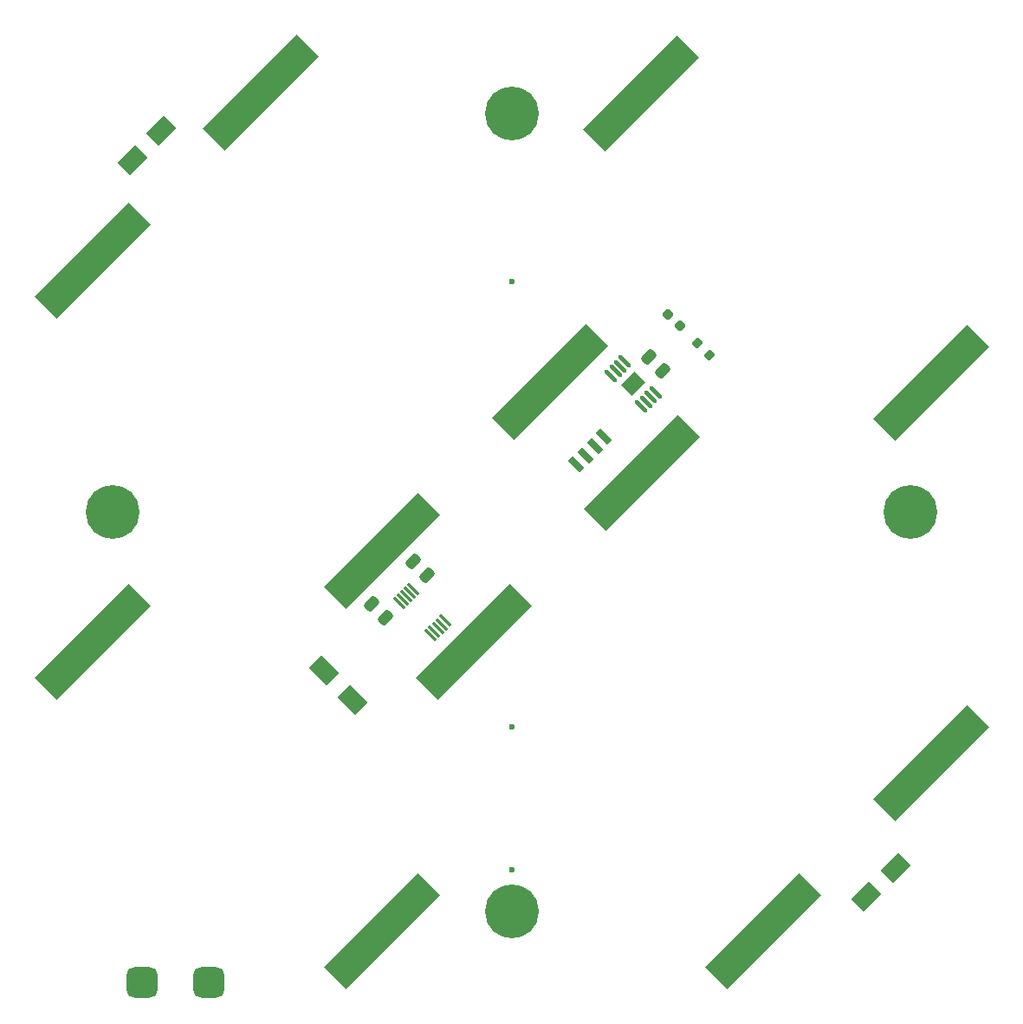
<source format=gbr>
%TF.GenerationSoftware,KiCad,Pcbnew,9.0.0*%
%TF.CreationDate,2025-03-12T19:06:34-07:00*%
%TF.ProjectId,Z_Face_V2,5a5f4661-6365-45f5-9632-2e6b69636164,3.1*%
%TF.SameCoordinates,Original*%
%TF.FileFunction,Soldermask,Top*%
%TF.FilePolarity,Negative*%
%FSLAX46Y46*%
G04 Gerber Fmt 4.6, Leading zero omitted, Abs format (unit mm)*
G04 Created by KiCad (PCBNEW 9.0.0) date 2025-03-12 19:06:34*
%MOMM*%
%LPD*%
G01*
G04 APERTURE LIST*
G04 Aperture macros list*
%AMRoundRect*
0 Rectangle with rounded corners*
0 $1 Rounding radius*
0 $2 $3 $4 $5 $6 $7 $8 $9 X,Y pos of 4 corners*
0 Add a 4 corners polygon primitive as box body*
4,1,4,$2,$3,$4,$5,$6,$7,$8,$9,$2,$3,0*
0 Add four circle primitives for the rounded corners*
1,1,$1+$1,$2,$3*
1,1,$1+$1,$4,$5*
1,1,$1+$1,$6,$7*
1,1,$1+$1,$8,$9*
0 Add four rect primitives between the rounded corners*
20,1,$1+$1,$2,$3,$4,$5,0*
20,1,$1+$1,$4,$5,$6,$7,0*
20,1,$1+$1,$6,$7,$8,$9,0*
20,1,$1+$1,$8,$9,$2,$3,0*%
%AMRotRect*
0 Rectangle, with rotation*
0 The origin of the aperture is its center*
0 $1 length*
0 $2 width*
0 $3 Rotation angle, in degrees counterclockwise*
0 Add horizontal line*
21,1,$1,$2,0,0,$3*%
G04 Aperture macros list end*
%ADD10C,5.250000*%
%ADD11RotRect,2.500000X1.700000X45.000000*%
%ADD12RoundRect,0.750000X0.750000X-0.750000X0.750000X0.750000X-0.750000X0.750000X-0.750000X-0.750000X0*%
%ADD13RoundRect,0.218750X-0.335876X-0.026517X-0.026517X-0.335876X0.335876X0.026517X0.026517X0.335876X0*%
%ADD14RoundRect,0.250000X0.512652X0.159099X0.159099X0.512652X-0.512652X-0.159099X-0.159099X-0.512652X0*%
%ADD15RotRect,13.000000X3.000000X45.000000*%
%ADD16RoundRect,0.200000X0.335876X0.053033X0.053033X0.335876X-0.335876X-0.053033X-0.053033X-0.335876X0*%
%ADD17C,0.600000*%
%ADD18RoundRect,0.100000X-0.556847X0.415425X0.415425X-0.556847X0.556847X-0.415425X-0.415425X0.556847X0*%
%ADD19RotRect,1.500000X1.800000X315.000000*%
%ADD20RoundRect,0.075000X-0.512652X0.406586X0.406586X-0.512652X0.512652X-0.406586X-0.406586X0.512652X0*%
%ADD21RotRect,2.500000X1.700000X135.000000*%
%ADD22RotRect,1.600000X0.700000X135.000000*%
%ADD23RotRect,13.000000X3.000000X225.000000*%
G04 APERTURE END LIST*
D10*
%TO.C,J4*%
X110500000Y-85000000D03*
%TD*%
%TO.C,J5*%
X149500000Y-124000000D03*
%TD*%
%TO.C,J6*%
X149500000Y-46000000D03*
%TD*%
%TO.C,J7*%
X188500000Y-85000000D03*
%TD*%
D11*
%TO.C,D2*%
X112421572Y-50578428D03*
X115250000Y-47750000D03*
%TD*%
D12*
%TO.C,TP1*%
X113410000Y-130950000D03*
%TD*%
D13*
%TO.C,D4*%
X164796234Y-65652804D03*
X165909928Y-66766498D03*
%TD*%
D14*
%TO.C,C3*%
X141201700Y-91147870D03*
X139858198Y-89804368D03*
%TD*%
D15*
%TO.C,SC5*%
X108537864Y-97657864D03*
X136822136Y-125942136D03*
%TD*%
D12*
%TO.C,TP2*%
X119890000Y-130920000D03*
%TD*%
D15*
%TO.C,SC3*%
X125000000Y-43980000D03*
X153284272Y-72264272D03*
%TD*%
D16*
%TO.C,R1*%
X168800229Y-69600229D03*
X167633503Y-68433503D03*
%TD*%
D17*
%TO.C,REF\u002A\u002A*%
X149564000Y-62462780D03*
X149564000Y-105988780D03*
X149564000Y-119952780D03*
%TD*%
D18*
%TO.C,U3*%
X160566377Y-70268280D03*
X160106758Y-70727899D03*
X159647138Y-71187519D03*
X159187519Y-71647138D03*
X162175045Y-74634664D03*
X162634664Y-74175045D03*
X163094284Y-73715425D03*
X163553903Y-73255806D03*
D19*
X161370711Y-72451472D03*
%TD*%
D14*
%TO.C,C2*%
X137128765Y-95263232D03*
X135785263Y-93919730D03*
%TD*%
D20*
%TO.C,U2*%
X139893554Y-92470160D03*
X139540000Y-92823714D03*
X139186447Y-93177267D03*
X138832894Y-93530820D03*
X138479340Y-93884374D03*
X141590610Y-96995644D03*
X141944164Y-96642090D03*
X142297717Y-96288537D03*
X142651270Y-95934984D03*
X143004824Y-95581430D03*
%TD*%
D21*
%TO.C,D3*%
X133978428Y-103318428D03*
X131150000Y-100490000D03*
%TD*%
D14*
%TO.C,C1*%
X164240000Y-71195441D03*
X162896498Y-69851939D03*
%TD*%
D22*
%TO.C,U1*%
X155819358Y-80333435D03*
X156717383Y-79435409D03*
X157615409Y-78537383D03*
X158513435Y-77639358D03*
%TD*%
D23*
%TO.C,SC4*%
X136824272Y-88734272D03*
X108540000Y-60450000D03*
%TD*%
D15*
%TO.C,SC6*%
X145755728Y-97665728D03*
X174040000Y-125950000D03*
%TD*%
D23*
%TO.C,SC2*%
X190462136Y-72342136D03*
X162177864Y-44057864D03*
%TD*%
D11*
%TO.C,D1*%
X184161572Y-122588428D03*
X186990000Y-119760000D03*
%TD*%
D23*
%TO.C,SC1*%
X190480000Y-109480000D03*
X162195728Y-81195728D03*
%TD*%
M02*

</source>
